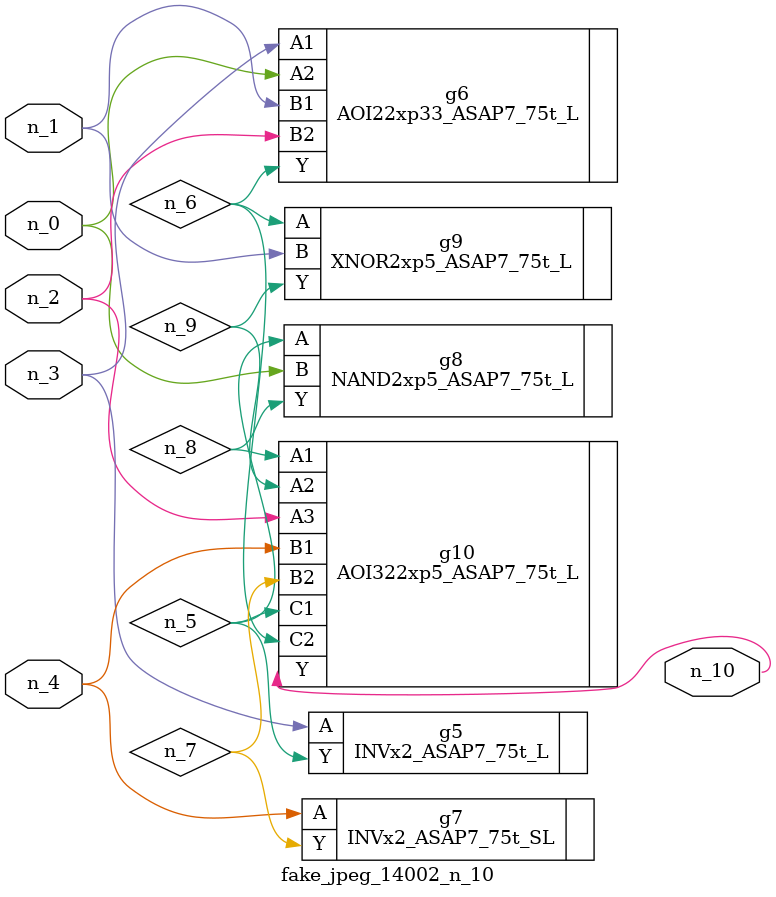
<source format=v>
module fake_jpeg_14002_n_10 (n_3, n_2, n_1, n_0, n_4, n_10);

input n_3;
input n_2;
input n_1;
input n_0;
input n_4;

output n_10;

wire n_8;
wire n_9;
wire n_6;
wire n_5;
wire n_7;

INVx2_ASAP7_75t_L g5 ( 
.A(n_3),
.Y(n_5)
);

AOI22xp33_ASAP7_75t_L g6 ( 
.A1(n_3),
.A2(n_0),
.B1(n_1),
.B2(n_2),
.Y(n_6)
);

INVx2_ASAP7_75t_SL g7 ( 
.A(n_4),
.Y(n_7)
);

NAND2xp5_ASAP7_75t_L g8 ( 
.A(n_5),
.B(n_0),
.Y(n_8)
);

AOI322xp5_ASAP7_75t_L g10 ( 
.A1(n_8),
.A2(n_9),
.A3(n_2),
.B1(n_4),
.B2(n_7),
.C1(n_5),
.C2(n_6),
.Y(n_10)
);

XNOR2xp5_ASAP7_75t_L g9 ( 
.A(n_6),
.B(n_1),
.Y(n_9)
);


endmodule
</source>
